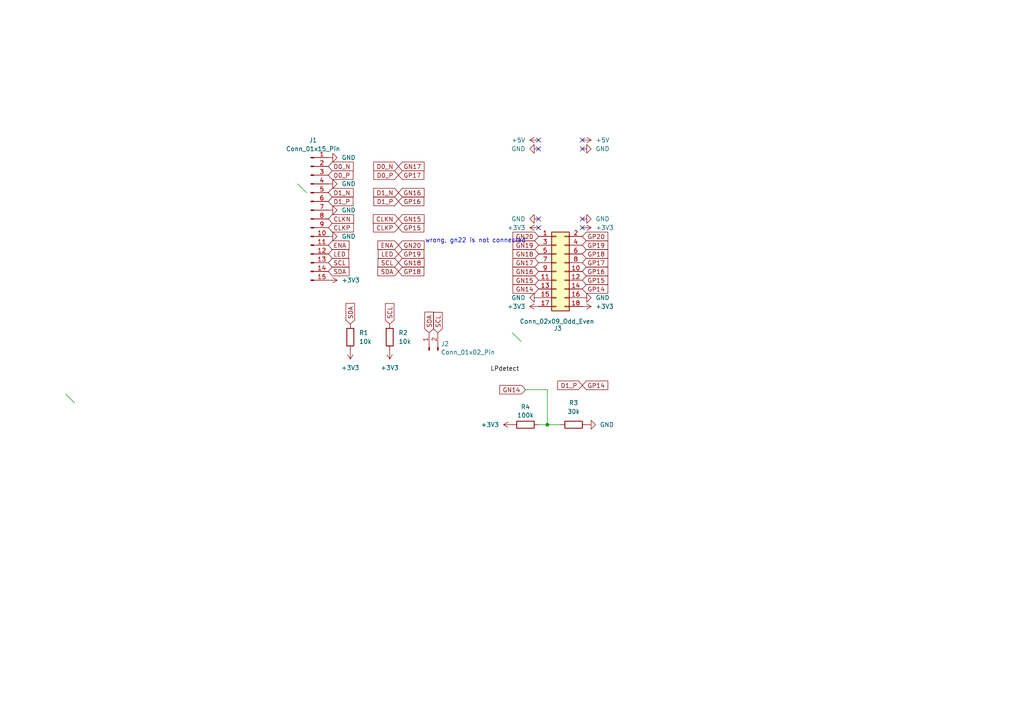
<source format=kicad_sch>
(kicad_sch (version 20231120) (generator "eeschema") (generator_version "8.0")
  (paper "A4")
  (lib_symbols
    (symbol "Connector:Conn_01x02_Pin" (pin_names (offset 1.016) hide)
      (property "Reference" "J" (at 0 2.54 0))
      (property "Value" "Conn_01x02_Pin" (at 0 -5.08 0))
      (symbol "Conn_01x02_Pin_1_1"
        (polyline (pts (xy 1.27 -2.54) (xy 0.8636 -2.54)) (stroke (width 0.1524)))
        (polyline (pts (xy 1.27 0) (xy 0.8636 0)) (stroke (width 0.1524)))
        (rectangle (start 0.8636 -2.413) (end 0 -2.667) (stroke (width 0.1524)) (fill (type outline)))
        (rectangle (start 0.8636 0.127) (end 0 -0.127) (stroke (width 0.1524)) (fill (type outline)))
        (pin passive line (at 5.08 0 180) (length 3.81) (name "Pin_1") (number "1"))
        (pin passive line (at 5.08 -2.54 180) (length 3.81) (name "Pin_2") (number "2"))
      )
    )
    (symbol "Connector:Conn_01x15_Pin" (pin_names (offset 1.016) hide)
      (property "Reference" "J" (at 0 20.32 0))
      (property "Value" "Conn_01x15_Pin" (at 0 -20.32 0))
      (symbol "Conn_01x15_Pin_1_1"
        (polyline (pts (xy 1.27 -17.78) (xy 0.8636 -17.78)) (stroke (width 0.1524)))
        (polyline (pts (xy 1.27 -15.24) (xy 0.8636 -15.24)) (stroke (width 0.1524)))
        (polyline (pts (xy 1.27 -12.7) (xy 0.8636 -12.7)) (stroke (width 0.1524)))
        (polyline (pts (xy 1.27 -10.16) (xy 0.8636 -10.16)) (stroke (width 0.1524)))
        (polyline (pts (xy 1.27 -7.62) (xy 0.8636 -7.62)) (stroke (width 0.1524)))
        (polyline (pts (xy 1.27 -5.08) (xy 0.8636 -5.08)) (stroke (width 0.1524)))
        (polyline (pts (xy 1.27 -2.54) (xy 0.8636 -2.54)) (stroke (width 0.1524)))
        (polyline (pts (xy 1.27 0) (xy 0.8636 0)) (stroke (width 0.1524)))
        (polyline (pts (xy 1.27 2.54) (xy 0.8636 2.54)) (stroke (width 0.1524)))
        (polyline (pts (xy 1.27 5.08) (xy 0.8636 5.08)) (stroke (width 0.1524)))
        (polyline (pts (xy 1.27 7.62) (xy 0.8636 7.62)) (stroke (width 0.1524)))
        (polyline (pts (xy 1.27 10.16) (xy 0.8636 10.16)) (stroke (width 0.1524)))
        (polyline (pts (xy 1.27 12.7) (xy 0.8636 12.7)) (stroke (width 0.1524)))
        (polyline (pts (xy 1.27 15.24) (xy 0.8636 15.24)) (stroke (width 0.1524)))
        (polyline (pts (xy 1.27 17.78) (xy 0.8636 17.78)) (stroke (width 0.1524)))
        (rectangle (start 0.8636 -17.653) (end 0 -17.907) (stroke (width 0.1524)) (fill (type outline)))
        (rectangle (start 0.8636 -15.113) (end 0 -15.367) (stroke (width 0.1524)) (fill (type outline)))
        (rectangle (start 0.8636 -12.573) (end 0 -12.827) (stroke (width 0.1524)) (fill (type outline)))
        (rectangle (start 0.8636 -10.033) (end 0 -10.287) (stroke (width 0.1524)) (fill (type outline)))
        (rectangle (start 0.8636 -7.493) (end 0 -7.747) (stroke (width 0.1524)) (fill (type outline)))
        (rectangle (start 0.8636 -4.953) (end 0 -5.207) (stroke (width 0.1524)) (fill (type outline)))
        (rectangle (start 0.8636 -2.413) (end 0 -2.667) (stroke (width 0.1524)) (fill (type outline)))
        (rectangle (start 0.8636 0.127) (end 0 -0.127) (stroke (width 0.1524)) (fill (type outline)))
        (rectangle (start 0.8636 2.667) (end 0 2.413) (stroke (width 0.1524)) (fill (type outline)))
        (rectangle (start 0.8636 5.207) (end 0 4.953) (stroke (width 0.1524)) (fill (type outline)))
        (rectangle (start 0.8636 7.747) (end 0 7.493) (stroke (width 0.1524)) (fill (type outline)))
        (rectangle (start 0.8636 10.287) (end 0 10.033) (stroke (width 0.1524)) (fill (type outline)))
        (rectangle (start 0.8636 12.827) (end 0 12.573) (stroke (width 0.1524)) (fill (type outline)))
        (rectangle (start 0.8636 15.367) (end 0 15.113) (stroke (width 0.1524)) (fill (type outline)))
        (rectangle (start 0.8636 17.907) (end 0 17.653) (stroke (width 0.1524)) (fill (type outline)))
        (pin passive line (at 5.08 17.78 180) (length 3.81) (name "Pin_1") (number "1"))
        (pin passive line (at 5.08 -5.08 180) (length 3.81) (name "Pin_10") (number "10"))
        (pin passive line (at 5.08 -7.62 180) (length 3.81) (name "Pin_11") (number "11"))
        (pin passive line (at 5.08 -10.16 180) (length 3.81) (name "Pin_12") (number "12"))
        (pin passive line (at 5.08 -12.7 180) (length 3.81) (name "Pin_13") (number "13"))
        (pin passive line (at 5.08 -15.24 180) (length 3.81) (name "Pin_14") (number "14"))
        (pin passive line (at 5.08 -17.78 180) (length 3.81) (name "Pin_15") (number "15"))
        (pin passive line (at 5.08 15.24 180) (length 3.81) (name "Pin_2") (number "2"))
        (pin passive line (at 5.08 12.7 180) (length 3.81) (name "Pin_3") (number "3"))
        (pin passive line (at 5.08 10.16 180) (length 3.81) (name "Pin_4") (number "4"))
        (pin passive line (at 5.08 7.62 180) (length 3.81) (name "Pin_5") (number "5"))
        (pin passive line (at 5.08 5.08 180) (length 3.81) (name "Pin_6") (number "6"))
        (pin passive line (at 5.08 2.54 180) (length 3.81) (name "Pin_7") (number "7"))
        (pin passive line (at 5.08 0 180) (length 3.81) (name "Pin_8") (number "8"))
        (pin passive line (at 5.08 -2.54 180) (length 3.81) (name "Pin_9") (number "9"))
      )
    )
    (symbol "Connector_Generic:Conn_02x09_Odd_Even" (pin_names (offset 1.016) hide)
      (property "Reference" "J" (at 1.27 12.7 0))
      (property "Value" "Conn_02x09_Odd_Even" (at 1.27 -12.7 0))
      (symbol "Conn_02x09_Odd_Even_1_1"
        (rectangle (start -1.27 -10.033) (end 0 -10.287) (stroke (width 0.1524)))
        (rectangle (start -1.27 -7.493) (end 0 -7.747) (stroke (width 0.1524)))
        (rectangle (start -1.27 -4.953) (end 0 -5.207) (stroke (width 0.1524)))
        (rectangle (start -1.27 -2.413) (end 0 -2.667) (stroke (width 0.1524)))
        (rectangle (start -1.27 0.127) (end 0 -0.127) (stroke (width 0.1524)))
        (rectangle (start -1.27 2.667) (end 0 2.413) (stroke (width 0.1524)))
        (rectangle (start -1.27 5.207) (end 0 4.953) (stroke (width 0.1524)))
        (rectangle (start -1.27 7.747) (end 0 7.493) (stroke (width 0.1524)))
        (rectangle (start -1.27 10.287) (end 0 10.033) (stroke (width 0.1524)))
        (rectangle (start -1.27 11.43) (end 3.81 -11.43) (stroke (width 0.254)) (fill (type background)))
        (rectangle (start 3.81 -10.033) (end 2.54 -10.287) (stroke (width 0.1524)))
        (rectangle (start 3.81 -7.493) (end 2.54 -7.747) (stroke (width 0.1524)))
        (rectangle (start 3.81 -4.953) (end 2.54 -5.207) (stroke (width 0.1524)))
        (rectangle (start 3.81 -2.413) (end 2.54 -2.667) (stroke (width 0.1524)))
        (rectangle (start 3.81 0.127) (end 2.54 -0.127) (stroke (width 0.1524)))
        (rectangle (start 3.81 2.667) (end 2.54 2.413) (stroke (width 0.1524)))
        (rectangle (start 3.81 5.207) (end 2.54 4.953) (stroke (width 0.1524)))
        (rectangle (start 3.81 7.747) (end 2.54 7.493) (stroke (width 0.1524)))
        (rectangle (start 3.81 10.287) (end 2.54 10.033) (stroke (width 0.1524)))
        (pin passive line (at -5.08 10.16 0) (length 3.81) (name "Pin_1") (number "1"))
        (pin passive line (at 7.62 0 180) (length 3.81) (name "Pin_10") (number "10"))
        (pin passive line (at -5.08 -2.54 0) (length 3.81) (name "Pin_11") (number "11"))
        (pin passive line (at 7.62 -2.54 180) (length 3.81) (name "Pin_12") (number "12"))
        (pin passive line (at -5.08 -5.08 0) (length 3.81) (name "Pin_13") (number "13"))
        (pin passive line (at 7.62 -5.08 180) (length 3.81) (name "Pin_14") (number "14"))
        (pin passive line (at -5.08 -7.62 0) (length 3.81) (name "Pin_15") (number "15"))
        (pin passive line (at 7.62 -7.62 180) (length 3.81) (name "Pin_16") (number "16"))
        (pin passive line (at -5.08 -10.16 0) (length 3.81) (name "Pin_17") (number "17"))
        (pin passive line (at 7.62 -10.16 180) (length 3.81) (name "Pin_18") (number "18"))
        (pin passive line (at 7.62 10.16 180) (length 3.81) (name "Pin_2") (number "2"))
        (pin passive line (at -5.08 7.62 0) (length 3.81) (name "Pin_3") (number "3"))
        (pin passive line (at 7.62 7.62 180) (length 3.81) (name "Pin_4") (number "4"))
        (pin passive line (at -5.08 5.08 0) (length 3.81) (name "Pin_5") (number "5"))
        (pin passive line (at 7.62 5.08 180) (length 3.81) (name "Pin_6") (number "6"))
        (pin passive line (at -5.08 2.54 0) (length 3.81) (name "Pin_7") (number "7"))
        (pin passive line (at 7.62 2.54 180) (length 3.81) (name "Pin_8") (number "8"))
        (pin passive line (at -5.08 0 0) (length 3.81) (name "Pin_9") (number "9"))
      )
    )
    (symbol "Device:R" (pin_numbers hide) (pin_names (offset 0))
      (property "Reference" "R" (at 2.032 0 90))
      (property "Value" "R" (at 0 0 90))
      (symbol "R_0_1"
        (rectangle (start -1.016 -2.54) (end 1.016 2.54) (stroke (width 0.254)))
      )
      (symbol "R_1_1"
        (pin passive line (at 0 3.81 270) (length 1.27) (name "~") (number "1"))
        (pin passive line (at 0 -3.81 90) (length 1.27) (name "~") (number "2"))
      )
    )
    (symbol "power:+3V3" (power) (pin_numbers hide) (pin_names (offset 0) hide)
      (property "Value" "+3V3" (at 0 3.556 0))
      (symbol "+3V3_0_1"
        (polyline (pts (xy -0.762 1.27) (xy 0 2.54)))
        (polyline (pts (xy 0 0) (xy 0 2.54)))
        (polyline (pts (xy 0 2.54) (xy 0.762 1.27)))
      )
      (symbol "+3V3_1_1"
        (pin power_in line (at 0 0 90) (length 0) (name "~") (number "1"))
      )
    )
    (symbol "power:+5V" (power) (pin_numbers hide) (pin_names (offset 0) hide)
      (property "Value" "+5V" (at 0 3.556 0))
      (symbol "+5V_0_1"
        (polyline (pts (xy -0.762 1.27) (xy 0 2.54)))
        (polyline (pts (xy 0 0) (xy 0 2.54)))
        (polyline (pts (xy 0 2.54) (xy 0.762 1.27)))
      )
      (symbol "+5V_1_1"
        (pin power_in line (at 0 0 90) (length 0) (name "~") (number "1"))
      )
    )
    (symbol "power:GND" (power) (pin_numbers hide) (pin_names (offset 0) hide)
      (property "Value" "GND" (at 0 -3.81 0))
      (symbol "GND_0_1"
        (polyline (pts (xy 0 0) (xy 0 -1.27) (xy 1.27 -1.27) (xy 0 -2.54) (xy -1.27 -1.27) (xy 0 -1.27)))
      )
      (symbol "GND_1_1"
        (pin power_in line (at 0 0 270) (length 0) (name "~") (number "1"))
      )
    )
  )
  (junction (at 158.75 123.19))
  (no_connect (at 168.91 43.18))
  (no_connect (at 156.21 63.5))
  (no_connect (at 156.21 43.18))
  (no_connect (at 168.91 40.64))
  (no_connect (at 168.91 66.04))
  (no_connect (at 156.21 40.64))
  (no_connect (at 156.21 66.04))
  (no_connect (at 168.91 63.5))
  (bus_entry (at -17.78 19.05) (size 2.54 2.54))
  (bus_entry (at -8.89 118.11) (size 2.54 2.54))
  (bus_entry (at 86.36 53.34) (size 2.54 2.54))
  (bus_entry (at 148.59 96.52) (size 2.54 2.54))
  (bus_entry (at 19.05 114.3) (size 2.54 2.54))
  (wire (pts (xy 158.75 123.19) (xy 158.75 113.03)))
  (wire (pts (xy 158.75 123.19) (xy 162.56 123.19)))
  (wire (pts (xy 158.75 113.03) (xy 152.4 113.03)))
  (wire (pts (xy 156.21 123.19) (xy 158.75 123.19)))
  (text "wrong, gn22 is not connected\n" (at 137.922 69.85 0) (effects (font (size 1.27 1.27))))
  (label "LPdetect" (at 142.24 107.95 0))
  (global_label "GN20" (shape input) (at 156.21 68.58 180) (property "Intersheetrefs" "${INTERSHEET_REFS}" (effects (hide yes))))
  (global_label "GP15" (shape input) (at 115.57 66.04 0) (property "Intersheetrefs" "${INTERSHEET_REFS}" (effects (hide yes))))
  (global_label "LED" (shape input) (at 95.25 73.66 0) (property "Intersheetrefs" "${INTERSHEET_REFS}" (effects (hide yes))))
  (global_label "LED" (shape input) (at 115.57 73.66 180) (property "Intersheetrefs" "${INTERSHEET_REFS}" (effects (hide yes))))
  (global_label "GP20" (shape input) (at 168.91 68.58 0) (property "Intersheetrefs" "${INTERSHEET_REFS}" (effects (hide yes))))
  (global_label "D0_N" (shape input) (at 115.57 48.26 180) (property "Intersheetrefs" "${INTERSHEET_REFS}" (effects (hide yes))))
  (global_label "D1_P" (shape input) (at 115.57 58.42 180) (property "Intersheetrefs" "${INTERSHEET_REFS}" (effects (hide yes))))
  (global_label "ENA" (shape input) (at 95.25 71.12 0) (property "Intersheetrefs" "${INTERSHEET_REFS}" (effects (hide yes))))
  (global_label "GP14" (shape input) (at 168.91 111.76 0) (property "Intersheetrefs" "${INTERSHEET_REFS}" (effects (hide yes))))
  (global_label "GN14" (shape input) (at 156.21 83.82 180) (property "Intersheetrefs" "${INTERSHEET_REFS}" (effects (hide yes))))
  (global_label "SCL" (shape input) (at 95.25 76.2 0) (property "Intersheetrefs" "${INTERSHEET_REFS}" (effects (hide yes))))
  (global_label "GN14" (shape input) (at 152.4 113.03 180) (property "Intersheetrefs" "${INTERSHEET_REFS}" (effects (hide yes))))
  (global_label "GP16" (shape input) (at 115.57 58.42 0) (property "Intersheetrefs" "${INTERSHEET_REFS}" (effects (hide yes))))
  (global_label "GN18" (shape input) (at 156.21 73.66 180) (property "Intersheetrefs" "${INTERSHEET_REFS}" (effects (hide yes))))
  (global_label "GN18" (shape input) (at 115.57 76.2 0) (property "Intersheetrefs" "${INTERSHEET_REFS}" (effects (hide yes))))
  (global_label "GP17" (shape input) (at 168.91 76.2 0) (property "Intersheetrefs" "${INTERSHEET_REFS}" (effects (hide yes))))
  (global_label "ENA" (shape input) (at 115.57 71.12 180) (property "Intersheetrefs" "${INTERSHEET_REFS}" (effects (hide yes))))
  (global_label "GN17" (shape input) (at 115.57 48.26 0) (property "Intersheetrefs" "${INTERSHEET_REFS}" (effects (hide yes))))
  (global_label "D0_N" (shape input) (at 95.25 48.26 0) (property "Intersheetrefs" "${INTERSHEET_REFS}" (effects (hide yes))))
  (global_label "SDA" (shape input) (at 101.6 93.98 90) (property "Intersheetrefs" "${INTERSHEET_REFS}" (effects (hide yes))))
  (global_label "GN16" (shape input) (at 115.57 55.88 0) (property "Intersheetrefs" "${INTERSHEET_REFS}" (effects (hide yes))))
  (global_label "D1_P" (shape input) (at 168.91 111.76 180) (property "Intersheetrefs" "${INTERSHEET_REFS}" (effects (hide yes))))
  (global_label "GN15" (shape input) (at 115.57 63.5 0) (property "Intersheetrefs" "${INTERSHEET_REFS}" (effects (hide yes))))
  (global_label "SDA" (shape input) (at 124.46 96.52 90) (property "Intersheetrefs" "${INTERSHEET_REFS}" (effects (hide yes))))
  (global_label "GP18" (shape input) (at 115.57 78.74 0) (property "Intersheetrefs" "${INTERSHEET_REFS}" (effects (hide yes))))
  (global_label "CLKP" (shape input) (at 115.57 66.04 180) (property "Intersheetrefs" "${INTERSHEET_REFS}" (effects (hide yes))))
  (global_label "GP19" (shape input) (at 168.91 71.12 0) (property "Intersheetrefs" "${INTERSHEET_REFS}" (effects (hide yes))))
  (global_label "GP16" (shape input) (at 168.91 78.74 0) (property "Intersheetrefs" "${INTERSHEET_REFS}" (effects (hide yes))))
  (global_label "D1_N" (shape input) (at 95.25 55.88 0) (property "Intersheetrefs" "${INTERSHEET_REFS}" (effects (hide yes))))
  (global_label "GN17" (shape input) (at 156.21 76.2 180) (property "Intersheetrefs" "${INTERSHEET_REFS}" (effects (hide yes))))
  (global_label "D1_P" (shape input) (at 95.25 58.42 0) (property "Intersheetrefs" "${INTERSHEET_REFS}" (effects (hide yes))))
  (global_label "SCL" (shape input) (at 113.03 93.98 90) (property "Intersheetrefs" "${INTERSHEET_REFS}" (effects (hide yes))))
  (global_label "SCL" (shape input) (at 127 96.52 90) (property "Intersheetrefs" "${INTERSHEET_REFS}" (effects (hide yes))))
  (global_label "SDA" (shape input) (at 115.57 78.74 180) (property "Intersheetrefs" "${INTERSHEET_REFS}" (effects (hide yes))))
  (global_label "SCL" (shape input) (at 115.57 76.2 180) (property "Intersheetrefs" "${INTERSHEET_REFS}" (effects (hide yes))))
  (global_label "GN16" (shape input) (at 156.21 78.74 180) (property "Intersheetrefs" "${INTERSHEET_REFS}" (effects (hide yes))))
  (global_label "CLKN" (shape input) (at 115.57 63.5 180) (property "Intersheetrefs" "${INTERSHEET_REFS}" (effects (hide yes))))
  (global_label "D1_N" (shape input) (at 115.57 55.88 180) (property "Intersheetrefs" "${INTERSHEET_REFS}" (effects (hide yes))))
  (global_label "GN15" (shape input) (at 156.21 81.28 180) (property "Intersheetrefs" "${INTERSHEET_REFS}" (effects (hide yes))))
  (global_label "GP18" (shape input) (at 168.91 73.66 0) (property "Intersheetrefs" "${INTERSHEET_REFS}" (effects (hide yes))))
  (global_label "CLKN" (shape input) (at 95.25 63.5 0) (property "Intersheetrefs" "${INTERSHEET_REFS}" (effects (hide yes))))
  (global_label "GP14" (shape input) (at 168.91 83.82 0) (property "Intersheetrefs" "${INTERSHEET_REFS}" (effects (hide yes))))
  (global_label "D0_P" (shape input) (at 115.57 50.8 180) (property "Intersheetrefs" "${INTERSHEET_REFS}" (effects (hide yes))))
  (global_label "CLKP" (shape input) (at 95.25 66.04 0) (property "Intersheetrefs" "${INTERSHEET_REFS}" (effects (hide yes))))
  (global_label "GP15" (shape input) (at 168.91 81.28 0) (property "Intersheetrefs" "${INTERSHEET_REFS}" (effects (hide yes))))
  (global_label "GN20" (shape input) (at 115.57 71.12 0) (property "Intersheetrefs" "${INTERSHEET_REFS}" (effects (hide yes))))
  (global_label "GN19" (shape input) (at 156.21 71.12 180) (property "Intersheetrefs" "${INTERSHEET_REFS}" (effects (hide yes))))
  (global_label "GP19" (shape input) (at 115.57 73.66 0) (property "Intersheetrefs" "${INTERSHEET_REFS}" (effects (hide yes))))
  (global_label "GP17" (shape input) (at 115.57 50.8 0) (property "Intersheetrefs" "${INTERSHEET_REFS}" (effects (hide yes))))
  (global_label "D0_P" (shape input) (at 95.25 50.8 0) (property "Intersheetrefs" "${INTERSHEET_REFS}" (effects (hide yes))))
  (global_label "SDA" (shape input) (at 95.25 78.74 0) (property "Intersheetrefs" "${INTERSHEET_REFS}" (effects (hide yes))))
  (symbol (lib_id "Device:R") (at 101.6 97.79 0) (unit 1)
    (property "Reference" "R1" (at 104.14 96.5199 0) (effects (justify left)))
    (property "Value" "10k" (at 104.14 99.0599 0) (effects (justify left)))
    (property "Footprint" "Resistor_SMD:R_0805_2012Metric" (effects (hide yes)))
    (property "Description" "Resistor" (effects (hide yes)))
  )
  (symbol (lib_id "power:+3V3") (at 95.25 81.28 270) (unit 1)
    (property "Reference" "#PWR05" (effects (hide yes)))
    (property "Value" "+3V3" (at 99.06 81.2799 90) (effects (justify left)))
    (property "Description" "Power symbol creates a global label with name \"+3V3\"" (effects (hide yes)))
  )
  (symbol (lib_id "Connector:Conn_01x02_Pin") (at 124.46 101.6 90) (unit 1)
    (property "Reference" "J2" (at 127.8382 99.7528 90) (effects (justify right)))
    (property "Value" "Conn_01x02_Pin" (at 127.8382 102.1771 90) (effects (justify right)))
    (property "Footprint" "Connector_PinSocket_2.54mm:PinSocket_1x02_P2.54mm_Vertical" (effects (hide yes)))
    (property "Description" "Generic connector, single row, 01x02, script generated" (effects (hide yes)))
  )
  (symbol (lib_id "power:GND") (at 156.21 43.18 270) (unit 1)
    (property "Reference" "#PWR016" (effects (hide yes)))
    (property "Value" "GND" (at 152.4 43.1801 90) (effects (justify right)))
    (property "Description" "Power symbol creates a global label with name \"GND\" , ground" (effects (hide yes)))
  )
  (symbol (lib_id "power:GND") (at 95.25 68.58 90) (unit 1)
    (property "Reference" "#PWR04" (effects (hide yes)))
    (property "Value" "GND" (at 99.06 68.5799 90) (effects (justify right)))
    (property "Description" "Power symbol creates a global label with name \"GND\" , ground" (effects (hide yes)))
  )
  (symbol (lib_id "power:+3V3") (at 156.21 66.04 90) (unit 1)
    (property "Reference" "#PWR017" (effects (hide yes)))
    (property "Value" "+3V3" (at 152.4 66.0399 90) (effects (justify left)))
    (property "Description" "Power symbol creates a global label with name \"+3V3\"" (effects (hide yes)))
  )
  (symbol (lib_id "power:+3V3") (at 148.59 123.19 90) (unit 1)
    (property "Reference" "#PWR018" (effects (hide yes)))
    (property "Value" "+3V3" (at 144.78 123.1899 90) (effects (justify left)))
    (property "Description" "Power symbol creates a global label with name \"+3V3\"" (effects (hide yes)))
  )
  (symbol (lib_id "power:GND") (at 95.25 60.96 90) (unit 1)
    (property "Reference" "#PWR03" (effects (hide yes)))
    (property "Value" "GND" (at 99.06 60.9599 90) (effects (justify right)))
    (property "Description" "Power symbol creates a global label with name \"GND\" , ground" (effects (hide yes)))
  )
  (symbol (lib_id "power:+5V") (at 168.91 40.64 270) (unit 1)
    (property "Reference" "#PWR020" (effects (hide yes)))
    (property "Value" "+5V" (at 172.72 40.6399 90) (effects (justify left)))
    (property "Description" "Power symbol creates a global label with name \"+5V\"" (effects (hide yes)))
  )
  (symbol (lib_id "Device:R") (at 113.03 97.79 0) (unit 1)
    (property "Reference" "R2" (at 115.57 96.5199 0) (effects (justify left)))
    (property "Value" "10k" (at 115.57 99.0599 0) (effects (justify left)))
    (property "Footprint" "Resistor_SMD:R_0805_2012Metric" (effects (hide yes)))
    (property "Description" "Resistor" (effects (hide yes)))
  )
  (symbol (lib_id "power:GND") (at 156.21 63.5 270) (unit 1)
    (property "Reference" "#PWR015" (effects (hide yes)))
    (property "Value" "GND" (at 152.4 63.5001 90) (effects (justify right)))
    (property "Description" "Power symbol creates a global label with name \"GND\" , ground" (effects (hide yes)))
  )
  (symbol (lib_id "Connector:Conn_01x15_Pin") (at 90.17 63.5 0) (unit 1)
    (property "Reference" "J1" (at 90.805 40.64 0))
    (property "Value" "Conn_01x15_Pin" (at 90.805 43.18 0))
    (property "Footprint" "connector_footprint:AMPHENOL_SFW15R-2STE1LF" (effects (hide yes)))
    (property "Description" "Generic connector, single row, 01x15, script generated" (effects (hide yes)))
  )
  (symbol (lib_id "Device:R") (at 166.37 123.19 90) (unit 1)
    (property "Reference" "R3" (at 166.37 116.84 90))
    (property "Value" "30k" (at 166.37 119.38 90))
    (property "Footprint" "Resistor_SMD:R_0805_2012Metric" (effects (hide yes)))
    (property "Description" "Resistor" (effects (hide yes)))
  )
  (symbol (lib_id "power:GND") (at 168.91 86.36 90) (unit 1)
    (property "Reference" "#PWR011" (effects (hide yes)))
    (property "Value" "GND" (at 172.72 86.3599 90) (effects (justify right)))
    (property "Description" "Power symbol creates a global label with name \"GND\" , ground" (effects (hide yes)))
  )
  (symbol (lib_id "power:GND") (at 95.25 45.72 90) (unit 1)
    (property "Reference" "#PWR01" (effects (hide yes)))
    (property "Value" "GND" (at 99.06 45.7199 90) (effects (justify right)))
    (property "Description" "Power symbol creates a global label with name \"GND\" , ground" (effects (hide yes)))
  )
  (symbol (lib_id "power:+3V3") (at 113.03 101.6 180) (unit 1)
    (property "Reference" "#PWR07" (effects (hide yes)))
    (property "Value" "+3V3" (at 113.03 106.68 0))
    (property "Description" "Power symbol creates a global label with name \"+3V3\"" (effects (hide yes)))
  )
  (symbol (lib_id "power:+3V3") (at 101.6 101.6 180) (unit 1)
    (property "Reference" "#PWR06" (effects (hide yes)))
    (property "Value" "+3V3" (at 101.6 106.68 0))
    (property "Description" "Power symbol creates a global label with name \"+3V3\"" (effects (hide yes)))
  )
  (symbol (lib_id "power:GND") (at 168.91 43.18 90) (unit 1)
    (property "Reference" "#PWR014" (effects (hide yes)))
    (property "Value" "GND" (at 172.72 43.1799 90) (effects (justify right)))
    (property "Description" "Power symbol creates a global label with name \"GND\" , ground" (effects (hide yes)))
  )
  (symbol (lib_id "Connector_Generic:Conn_02x09_Odd_Even") (at 161.29 78.74 0) (unit 1)
    (property "Reference" "J3" (at 161.798 95.25 0))
    (property "Value" "Conn_02x09_Odd_Even" (at 161.544 93.218 0))
    (property "Footprint" "Connector_PinHeader_2.54mm:PinHeader_2x09_P2.54mm_Vertical" (effects (hide yes)))
    (property "Description" "Generic connector, double row, 02x09, odd/even pin numbering scheme (row 1 odd numbers, row 2 even numbers), script generated (kicad-library-utils/schlib/autogen/connector/)" (effects (hide yes)))
  )
  (symbol (lib_id "power:GND") (at 95.25 53.34 90) (unit 1)
    (property "Reference" "#PWR02" (effects (hide yes)))
    (property "Value" "GND" (at 99.06 53.3399 90) (effects (justify right)))
    (property "Description" "Power symbol creates a global label with name \"GND\" , ground" (effects (hide yes)))
  )
  (symbol (lib_id "Device:R") (at 152.4 123.19 90) (unit 1)
    (property "Reference" "R4" (at 152.4 118.0295 90))
    (property "Value" "100k" (at 152.4 120.4538 90))
    (property "Footprint" "Resistor_SMD:R_0805_2012Metric" (effects (hide yes)))
    (property "Description" "Resistor" (effects (hide yes)))
  )
  (symbol (lib_id "power:GND") (at 170.18 123.19 90) (unit 1)
    (property "Reference" "#PWR019" (effects (hide yes)))
    (property "Value" "GND" (at 173.99 123.1899 90) (effects (justify right)))
    (property "Description" "Power symbol creates a global label with name \"GND\" , ground" (effects (hide yes)))
  )
  (symbol (lib_id "power:GND") (at 168.91 63.5 90) (unit 1)
    (property "Reference" "#PWR012" (effects (hide yes)))
    (property "Value" "GND" (at 172.72 63.4999 90) (effects (justify right)))
    (property "Description" "Power symbol creates a global label with name \"GND\" , ground" (effects (hide yes)))
  )
  (symbol (lib_id "power:+3V3") (at 168.91 66.04 270) (unit 1)
    (property "Reference" "#PWR013" (effects (hide yes)))
    (property "Value" "+3V3" (at 172.72 66.0399 90) (effects (justify left)))
    (property "Description" "Power symbol creates a global label with name \"+3V3\"" (effects (hide yes)))
  )
  (symbol (lib_id "power:+3V3") (at 156.21 88.9 90) (unit 1)
    (property "Reference" "#PWR08" (effects (hide yes)))
    (property "Value" "+3V3" (at 152.4 88.8999 90) (effects (justify left)))
    (property "Description" "Power symbol creates a global label with name \"+3V3\"" (effects (hide yes)))
  )
  (symbol (lib_id "power:GND") (at 156.21 86.36 270) (unit 1)
    (property "Reference" "#PWR010" (effects (hide yes)))
    (property "Value" "GND" (at 152.4 86.3599 90) (effects (justify right)))
    (property "Description" "Power symbol creates a global label with name \"GND\" , ground" (effects (hide yes)))
  )
  (symbol (lib_id "power:+3V3") (at 168.91 88.9 270) (unit 1)
    (property "Reference" "#PWR09" (effects (hide yes)))
    (property "Value" "+3V3" (at 172.72 88.8999 90) (effects (justify left)))
    (property "Description" "Power symbol creates a global label with name \"+3V3\"" (effects (hide yes)))
  )
  (symbol (lib_id "power:+5V") (at 156.21 40.64 90) (unit 1)
    (property "Reference" "#PWR021" (effects (hide yes)))
    (property "Value" "+5V" (at 152.4 40.6399 90) (effects (justify left)))
    (property "Description" "Power symbol creates a global label with name \"+5V\"" (effects (hide yes)))
  )
)
</source>
